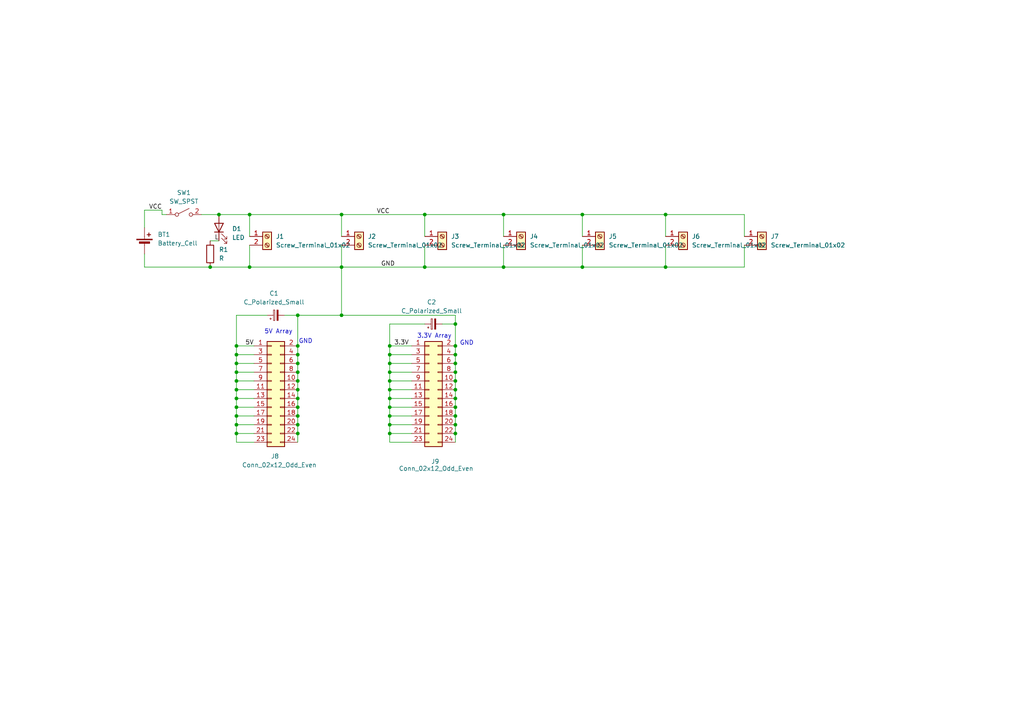
<source format=kicad_sch>
(kicad_sch (version 20231120) (generator "eeschema") (generator_version "8.0")
  (paper "A4")
  (lib_symbols
    (symbol "Connector:Screw_Terminal_01x02" (pin_names (offset 1.016) hide)
      (property "Reference" "J" (at 0 2.54 0))
      (property "Value" "Screw_Terminal_01x02" (at 0 -5.08 0))
      (symbol "Screw_Terminal_01x02_1_1"
        (rectangle (start -1.27 1.27) (end 1.27 -3.81) (stroke (width 0.254)) (fill (type background)))
        (circle (center 0 -2.54) (radius 0.635) (stroke (width 0.1524)))
        (polyline (pts (xy -0.5334 -2.2098) (xy 0.3302 -3.048)) (stroke (width 0.1524)))
        (polyline (pts (xy -0.5334 0.3302) (xy 0.3302 -0.508)) (stroke (width 0.1524)))
        (polyline (pts (xy -0.3556 -2.032) (xy 0.508 -2.8702)) (stroke (width 0.1524)))
        (polyline (pts (xy -0.3556 0.508) (xy 0.508 -0.3302)) (stroke (width 0.1524)))
        (circle (center 0 0) (radius 0.635) (stroke (width 0.1524)))
        (pin passive line (at -5.08 0 0) (length 3.81) (name "Pin_1") (number "1"))
        (pin passive line (at -5.08 -2.54 0) (length 3.81) (name "Pin_2") (number "2"))
      )
    )
    (symbol "Connector_Generic:Conn_02x12_Odd_Even" (pin_names (offset 1.016) hide)
      (property "Reference" "J" (at 1.27 15.24 0))
      (property "Value" "Conn_02x12_Odd_Even" (at 1.27 -17.78 0))
      (symbol "Conn_02x12_Odd_Even_1_1"
        (rectangle (start -1.27 -15.113) (end 0 -15.367) (stroke (width 0.1524)))
        (rectangle (start -1.27 -12.573) (end 0 -12.827) (stroke (width 0.1524)))
        (rectangle (start -1.27 -10.033) (end 0 -10.287) (stroke (width 0.1524)))
        (rectangle (start -1.27 -7.493) (end 0 -7.747) (stroke (width 0.1524)))
        (rectangle (start -1.27 -4.953) (end 0 -5.207) (stroke (width 0.1524)))
        (rectangle (start -1.27 -2.413) (end 0 -2.667) (stroke (width 0.1524)))
        (rectangle (start -1.27 0.127) (end 0 -0.127) (stroke (width 0.1524)))
        (rectangle (start -1.27 2.667) (end 0 2.413) (stroke (width 0.1524)))
        (rectangle (start -1.27 5.207) (end 0 4.953) (stroke (width 0.1524)))
        (rectangle (start -1.27 7.747) (end 0 7.493) (stroke (width 0.1524)))
        (rectangle (start -1.27 10.287) (end 0 10.033) (stroke (width 0.1524)))
        (rectangle (start -1.27 12.827) (end 0 12.573) (stroke (width 0.1524)))
        (rectangle (start -1.27 13.97) (end 3.81 -16.51) (stroke (width 0.254)) (fill (type background)))
        (rectangle (start 3.81 -15.113) (end 2.54 -15.367) (stroke (width 0.1524)))
        (rectangle (start 3.81 -12.573) (end 2.54 -12.827) (stroke (width 0.1524)))
        (rectangle (start 3.81 -10.033) (end 2.54 -10.287) (stroke (width 0.1524)))
        (rectangle (start 3.81 -7.493) (end 2.54 -7.747) (stroke (width 0.1524)))
        (rectangle (start 3.81 -4.953) (end 2.54 -5.207) (stroke (width 0.1524)))
        (rectangle (start 3.81 -2.413) (end 2.54 -2.667) (stroke (width 0.1524)))
        (rectangle (start 3.81 0.127) (end 2.54 -0.127) (stroke (width 0.1524)))
        (rectangle (start 3.81 2.667) (end 2.54 2.413) (stroke (width 0.1524)))
        (rectangle (start 3.81 5.207) (end 2.54 4.953) (stroke (width 0.1524)))
        (rectangle (start 3.81 7.747) (end 2.54 7.493) (stroke (width 0.1524)))
        (rectangle (start 3.81 10.287) (end 2.54 10.033) (stroke (width 0.1524)))
        (rectangle (start 3.81 12.827) (end 2.54 12.573) (stroke (width 0.1524)))
        (pin passive line (at -5.08 12.7 0) (length 3.81) (name "Pin_1") (number "1"))
        (pin passive line (at 7.62 2.54 180) (length 3.81) (name "Pin_10") (number "10"))
        (pin passive line (at -5.08 0 0) (length 3.81) (name "Pin_11") (number "11"))
        (pin passive line (at 7.62 0 180) (length 3.81) (name "Pin_12") (number "12"))
        (pin passive line (at -5.08 -2.54 0) (length 3.81) (name "Pin_13") (number "13"))
        (pin passive line (at 7.62 -2.54 180) (length 3.81) (name "Pin_14") (number "14"))
        (pin passive line (at -5.08 -5.08 0) (length 3.81) (name "Pin_15") (number "15"))
        (pin passive line (at 7.62 -5.08 180) (length 3.81) (name "Pin_16") (number "16"))
        (pin passive line (at -5.08 -7.62 0) (length 3.81) (name "Pin_17") (number "17"))
        (pin passive line (at 7.62 -7.62 180) (length 3.81) (name "Pin_18") (number "18"))
        (pin passive line (at -5.08 -10.16 0) (length 3.81) (name "Pin_19") (number "19"))
        (pin passive line (at 7.62 12.7 180) (length 3.81) (name "Pin_2") (number "2"))
        (pin passive line (at 7.62 -10.16 180) (length 3.81) (name "Pin_20") (number "20"))
        (pin passive line (at -5.08 -12.7 0) (length 3.81) (name "Pin_21") (number "21"))
        (pin passive line (at 7.62 -12.7 180) (length 3.81) (name "Pin_22") (number "22"))
        (pin passive line (at -5.08 -15.24 0) (length 3.81) (name "Pin_23") (number "23"))
        (pin passive line (at 7.62 -15.24 180) (length 3.81) (name "Pin_24") (number "24"))
        (pin passive line (at -5.08 10.16 0) (length 3.81) (name "Pin_3") (number "3"))
        (pin passive line (at 7.62 10.16 180) (length 3.81) (name "Pin_4") (number "4"))
        (pin passive line (at -5.08 7.62 0) (length 3.81) (name "Pin_5") (number "5"))
        (pin passive line (at 7.62 7.62 180) (length 3.81) (name "Pin_6") (number "6"))
        (pin passive line (at -5.08 5.08 0) (length 3.81) (name "Pin_7") (number "7"))
        (pin passive line (at 7.62 5.08 180) (length 3.81) (name "Pin_8") (number "8"))
        (pin passive line (at -5.08 2.54 0) (length 3.81) (name "Pin_9") (number "9"))
      )
    )
    (symbol "Device:Battery_Cell" (pin_numbers hide) (pin_names (offset 0) hide)
      (property "Reference" "BT" (at 2.54 2.54 0))
      (property "Value" "Battery_Cell" (at 2.54 0 0))
      (symbol "Battery_Cell_0_1"
        (rectangle (start -2.286 1.778) (end 2.286 1.524) (fill (type outline)))
        (rectangle (start -1.524 1.016) (end 1.524 0.508) (fill (type outline)))
        (polyline (pts (xy 0 0.762) (xy 0 0)))
        (polyline (pts (xy 0 1.778) (xy 0 2.54)))
        (polyline (pts (xy 0.762 3.048) (xy 1.778 3.048)) (stroke (width 0.254)))
        (polyline (pts (xy 1.27 3.556) (xy 1.27 2.54)) (stroke (width 0.254)))
      )
      (symbol "Battery_Cell_1_1"
        (pin passive line (at 0 5.08 270) (length 2.54) (name "+") (number "1"))
        (pin passive line (at 0 -2.54 90) (length 2.54) (name "-") (number "2"))
      )
    )
    (symbol "Device:C_Polarized_Small" (pin_numbers hide) (pin_names (offset 0.254) hide)
      (property "Reference" "C" (at 0.254 1.778 0))
      (property "Value" "C_Polarized_Small" (at 0.254 -2.032 0))
      (symbol "C_Polarized_Small_0_1"
        (rectangle (start -1.524 -0.3048) (end 1.524 -0.6858) (fill (type outline)))
        (rectangle (start -1.524 0.6858) (end 1.524 0.3048))
        (polyline (pts (xy -1.27 1.524) (xy -0.762 1.524)))
        (polyline (pts (xy -1.016 1.27) (xy -1.016 1.778)))
      )
      (symbol "C_Polarized_Small_1_1"
        (pin passive line (at 0 2.54 270) (length 1.8542) (name "~") (number "1"))
        (pin passive line (at 0 -2.54 90) (length 1.8542) (name "~") (number "2"))
      )
    )
    (symbol "Device:LED" (pin_numbers hide) (pin_names (offset 1.016) hide)
      (property "Reference" "D" (at 0 2.54 0))
      (property "Value" "LED" (at 0 -2.54 0))
      (symbol "LED_0_1"
        (polyline (pts (xy -1.27 -1.27) (xy -1.27 1.27)) (stroke (width 0.254)))
        (polyline (pts (xy -1.27 0) (xy 1.27 0)))
        (polyline (pts (xy 1.27 -1.27) (xy 1.27 1.27) (xy -1.27 0) (xy 1.27 -1.27)) (stroke (width 0.254)))
        (polyline (pts (xy -3.048 -0.762) (xy -4.572 -2.286) (xy -3.81 -2.286) (xy -4.572 -2.286) (xy -4.572 -1.524)))
        (polyline (pts (xy -1.778 -0.762) (xy -3.302 -2.286) (xy -2.54 -2.286) (xy -3.302 -2.286) (xy -3.302 -1.524)))
      )
      (symbol "LED_1_1"
        (pin passive line (at -3.81 0 0) (length 2.54) (name "K") (number "1"))
        (pin passive line (at 3.81 0 180) (length 2.54) (name "A") (number "2"))
      )
    )
    (symbol "Device:R" (pin_numbers hide) (pin_names (offset 0))
      (property "Reference" "R" (at 2.032 0 90))
      (property "Value" "R" (at 0 0 90))
      (symbol "R_0_1"
        (rectangle (start -1.016 -2.54) (end 1.016 2.54) (stroke (width 0.254)))
      )
      (symbol "R_1_1"
        (pin passive line (at 0 3.81 270) (length 1.27) (name "~") (number "1"))
        (pin passive line (at 0 -3.81 90) (length 1.27) (name "~") (number "2"))
      )
    )
    (symbol "Switch:SW_SPST" (pin_names (offset 0) hide)
      (property "Reference" "SW" (at 0 3.175 0))
      (property "Value" "SW_SPST" (at 0 -2.54 0))
      (symbol "SW_SPST_0_0"
        (circle (center -2.032 0) (radius 0.508))
        (polyline (pts (xy -1.524 0.254) (xy 1.524 1.778)))
        (circle (center 2.032 0) (radius 0.508))
      )
      (symbol "SW_SPST_1_1"
        (pin passive line (at -5.08 0 0) (length 2.54) (name "A") (number "1"))
        (pin passive line (at 5.08 0 180) (length 2.54) (name "B") (number "2"))
      )
    )
  )
  (junction (at 132.08 110.49))
  (junction (at 113.03 125.73))
  (junction (at 68.58 120.65))
  (junction (at 113.03 120.65))
  (junction (at 132.08 93.98))
  (junction (at 99.06 62.23))
  (junction (at 132.08 113.03))
  (junction (at 168.91 77.47))
  (junction (at 123.19 62.23))
  (junction (at 86.36 113.03))
  (junction (at 193.04 77.47))
  (junction (at 86.36 115.57))
  (junction (at 193.04 62.23))
  (junction (at 86.36 110.49))
  (junction (at 132.08 115.57))
  (junction (at 68.58 125.73))
  (junction (at 113.03 110.49))
  (junction (at 86.36 125.73))
  (junction (at 113.03 105.41))
  (junction (at 72.39 77.47))
  (junction (at 86.36 118.11))
  (junction (at 113.03 107.95))
  (junction (at 72.39 62.23))
  (junction (at 63.5 62.23))
  (junction (at 86.36 91.44))
  (junction (at 68.58 118.11))
  (junction (at 68.58 113.03))
  (junction (at 132.08 120.65))
  (junction (at 60.96 77.47))
  (junction (at 68.58 123.19))
  (junction (at 86.36 102.87))
  (junction (at 68.58 107.95))
  (junction (at 86.36 105.41))
  (junction (at 113.03 100.33))
  (junction (at 168.91 62.23))
  (junction (at 123.19 77.47))
  (junction (at 86.36 107.95))
  (junction (at 113.03 102.87))
  (junction (at 99.06 77.47))
  (junction (at 146.05 62.23))
  (junction (at 146.05 77.47))
  (junction (at 68.58 105.41))
  (junction (at 132.08 123.19))
  (junction (at 132.08 102.87))
  (junction (at 113.03 123.19))
  (junction (at 68.58 100.33))
  (junction (at 132.08 100.33))
  (junction (at 99.06 91.44))
  (junction (at 132.08 125.73))
  (junction (at 68.58 102.87))
  (junction (at 68.58 110.49))
  (junction (at 132.08 105.41))
  (junction (at 86.36 123.19))
  (junction (at 113.03 118.11))
  (junction (at 132.08 107.95))
  (junction (at 86.36 120.65))
  (junction (at 132.08 118.11))
  (junction (at 113.03 115.57))
  (junction (at 86.36 100.33))
  (junction (at 68.58 115.57))
  (junction (at 113.03 113.03))
  (wire (pts (xy 146.05 62.23) (xy 146.05 68.58)))
  (wire (pts (xy 68.58 110.49) (xy 68.58 113.03)))
  (wire (pts (xy 113.03 110.49) (xy 113.03 113.03)))
  (wire (pts (xy 215.9 62.23) (xy 215.9 68.58)))
  (wire (pts (xy 215.9 77.47) (xy 193.04 77.47)))
  (wire (pts (xy 68.58 120.65) (xy 73.66 120.65)))
  (wire (pts (xy 41.91 73.66) (xy 41.91 77.47)))
  (wire (pts (xy 68.58 100.33) (xy 73.66 100.33)))
  (wire (pts (xy 123.19 62.23) (xy 123.19 68.58)))
  (wire (pts (xy 132.08 118.11) (xy 132.08 120.65)))
  (wire (pts (xy 46.99 62.23) (xy 48.26 62.23)))
  (wire (pts (xy 68.58 102.87) (xy 68.58 105.41)))
  (wire (pts (xy 132.08 91.44) (xy 99.06 91.44)))
  (wire (pts (xy 68.58 125.73) (xy 73.66 125.73)))
  (wire (pts (xy 68.58 105.41) (xy 68.58 107.95)))
  (wire (pts (xy 132.08 93.98) (xy 132.08 100.33)))
  (wire (pts (xy 86.36 120.65) (xy 86.36 123.19)))
  (wire (pts (xy 146.05 77.47) (xy 123.19 77.47)))
  (wire (pts (xy 168.91 71.12) (xy 168.91 77.47)))
  (wire (pts (xy 113.03 120.65) (xy 119.38 120.65)))
  (wire (pts (xy 68.58 100.33) (xy 68.58 102.87)))
  (wire (pts (xy 68.58 128.27) (xy 73.66 128.27)))
  (wire (pts (xy 68.58 102.87) (xy 73.66 102.87)))
  (wire (pts (xy 68.58 113.03) (xy 73.66 113.03)))
  (wire (pts (xy 193.04 62.23) (xy 215.9 62.23)))
  (wire (pts (xy 113.03 93.98) (xy 113.03 100.33)))
  (wire (pts (xy 86.36 110.49) (xy 86.36 113.03)))
  (wire (pts (xy 68.58 107.95) (xy 68.58 110.49)))
  (wire (pts (xy 113.03 110.49) (xy 119.38 110.49)))
  (wire (pts (xy 68.58 125.73) (xy 68.58 128.27)))
  (wire (pts (xy 72.39 62.23) (xy 99.06 62.23)))
  (wire (pts (xy 46.99 60.96) (xy 46.99 62.23)))
  (wire (pts (xy 132.08 115.57) (xy 132.08 118.11)))
  (wire (pts (xy 86.36 115.57) (xy 86.36 118.11)))
  (wire (pts (xy 68.58 91.44) (xy 68.58 100.33)))
  (wire (pts (xy 113.03 100.33) (xy 113.03 102.87)))
  (wire (pts (xy 86.36 113.03) (xy 86.36 115.57)))
  (wire (pts (xy 99.06 77.47) (xy 99.06 91.44)))
  (wire (pts (xy 132.08 100.33) (xy 132.08 102.87)))
  (wire (pts (xy 82.55 91.44) (xy 86.36 91.44)))
  (wire (pts (xy 72.39 62.23) (xy 72.39 68.58)))
  (wire (pts (xy 132.08 123.19) (xy 132.08 125.73)))
  (wire (pts (xy 132.08 105.41) (xy 132.08 107.95)))
  (wire (pts (xy 168.91 77.47) (xy 146.05 77.47)))
  (wire (pts (xy 86.36 118.11) (xy 86.36 120.65)))
  (wire (pts (xy 123.19 71.12) (xy 123.19 77.47)))
  (wire (pts (xy 132.08 113.03) (xy 132.08 115.57)))
  (wire (pts (xy 193.04 71.12) (xy 193.04 77.47)))
  (wire (pts (xy 41.91 60.96) (xy 41.91 66.04)))
  (wire (pts (xy 168.91 62.23) (xy 193.04 62.23)))
  (wire (pts (xy 113.03 120.65) (xy 113.03 123.19)))
  (wire (pts (xy 68.58 120.65) (xy 68.58 123.19)))
  (wire (pts (xy 128.27 93.98) (xy 132.08 93.98)))
  (wire (pts (xy 146.05 62.23) (xy 168.91 62.23)))
  (wire (pts (xy 99.06 62.23) (xy 123.19 62.23)))
  (wire (pts (xy 68.58 118.11) (xy 73.66 118.11)))
  (wire (pts (xy 193.04 77.47) (xy 168.91 77.47)))
  (wire (pts (xy 99.06 71.12) (xy 99.06 77.47)))
  (wire (pts (xy 99.06 91.44) (xy 86.36 91.44)))
  (wire (pts (xy 60.96 69.85) (xy 63.5 69.85)))
  (wire (pts (xy 99.06 62.23) (xy 99.06 68.58)))
  (wire (pts (xy 132.08 110.49) (xy 132.08 113.03)))
  (wire (pts (xy 119.38 128.27) (xy 113.03 128.27)))
  (wire (pts (xy 132.08 91.44) (xy 132.08 93.98)))
  (wire (pts (xy 123.19 62.23) (xy 146.05 62.23)))
  (wire (pts (xy 86.36 123.19) (xy 86.36 125.73)))
  (wire (pts (xy 132.08 125.73) (xy 132.08 128.27)))
  (wire (pts (xy 119.38 102.87) (xy 113.03 102.87)))
  (wire (pts (xy 86.36 100.33) (xy 86.36 102.87)))
  (wire (pts (xy 113.03 93.98) (xy 123.19 93.98)))
  (wire (pts (xy 113.03 123.19) (xy 113.03 125.73)))
  (wire (pts (xy 68.58 105.41) (xy 73.66 105.41)))
  (wire (pts (xy 132.08 120.65) (xy 132.08 123.19)))
  (wire (pts (xy 46.99 60.96) (xy 41.91 60.96)))
  (wire (pts (xy 99.06 77.47) (xy 72.39 77.47)))
  (wire (pts (xy 146.05 71.12) (xy 146.05 77.47)))
  (wire (pts (xy 113.03 102.87) (xy 113.03 105.41)))
  (wire (pts (xy 68.58 113.03) (xy 68.58 115.57)))
  (wire (pts (xy 113.03 123.19) (xy 119.38 123.19)))
  (wire (pts (xy 86.36 91.44) (xy 86.36 100.33)))
  (wire (pts (xy 113.03 107.95) (xy 113.03 110.49)))
  (wire (pts (xy 72.39 77.47) (xy 72.39 71.12)))
  (wire (pts (xy 113.03 118.11) (xy 113.03 120.65)))
  (wire (pts (xy 132.08 107.95) (xy 132.08 110.49)))
  (wire (pts (xy 113.03 113.03) (xy 113.03 115.57)))
  (wire (pts (xy 113.03 105.41) (xy 113.03 107.95)))
  (wire (pts (xy 113.03 115.57) (xy 119.38 115.57)))
  (wire (pts (xy 68.58 91.44) (xy 77.47 91.44)))
  (wire (pts (xy 68.58 107.95) (xy 73.66 107.95)))
  (wire (pts (xy 113.03 105.41) (xy 119.38 105.41)))
  (wire (pts (xy 60.96 77.47) (xy 72.39 77.47)))
  (wire (pts (xy 215.9 71.12) (xy 215.9 77.47)))
  (wire (pts (xy 86.36 105.41) (xy 86.36 107.95)))
  (wire (pts (xy 41.91 77.47) (xy 60.96 77.47)))
  (wire (pts (xy 58.42 62.23) (xy 63.5 62.23)))
  (wire (pts (xy 113.03 118.11) (xy 119.38 118.11)))
  (wire (pts (xy 123.19 77.47) (xy 99.06 77.47)))
  (wire (pts (xy 113.03 113.03) (xy 119.38 113.03)))
  (wire (pts (xy 86.36 102.87) (xy 86.36 105.41)))
  (wire (pts (xy 86.36 125.73) (xy 86.36 128.27)))
  (wire (pts (xy 86.36 107.95) (xy 86.36 110.49)))
  (wire (pts (xy 68.58 110.49) (xy 73.66 110.49)))
  (wire (pts (xy 193.04 62.23) (xy 193.04 68.58)))
  (wire (pts (xy 113.03 125.73) (xy 113.03 128.27)))
  (wire (pts (xy 119.38 100.33) (xy 113.03 100.33)))
  (wire (pts (xy 68.58 115.57) (xy 73.66 115.57)))
  (wire (pts (xy 113.03 107.95) (xy 119.38 107.95)))
  (wire (pts (xy 68.58 123.19) (xy 68.58 125.73)))
  (wire (pts (xy 113.03 125.73) (xy 119.38 125.73)))
  (wire (pts (xy 68.58 115.57) (xy 68.58 118.11)))
  (wire (pts (xy 68.58 123.19) (xy 73.66 123.19)))
  (wire (pts (xy 113.03 115.57) (xy 113.03 118.11)))
  (wire (pts (xy 68.58 118.11) (xy 68.58 120.65)))
  (wire (pts (xy 168.91 62.23) (xy 168.91 68.58)))
  (wire (pts (xy 63.5 62.23) (xy 72.39 62.23)))
  (wire (pts (xy 132.08 102.87) (xy 132.08 105.41)))
  (text "GND" (at 88.646 99.06 0) (effects (font (size 1.27 1.27))))
  (text "3.3V Array" (at 125.984 97.536 0) (effects (font (size 1.27 1.27))))
  (text "5V Array" (at 80.772 96.266 0) (effects (font (size 1.27 1.27))))
  (text "GND" (at 135.382 99.568 0) (effects (font (size 1.27 1.27))))
  (label "5V" (at 71.12 100.33 0))
  (label "L" (at 62.23 69.85 0))
  (label "3.3V" (at 114.3 100.33 0))
  (label "VCC" (at 109.22 62.23 0))
  (label "GND" (at 110.49 77.47 0))
  (label "VCC" (at 43.18 60.96 0))
  (symbol (lib_id "Connector:Screw_Terminal_01x02") (at 77.47 68.58 0) (unit 1)
    (property "Reference" "J1" (at 80.01 68.5799 0) (effects (justify left)))
    (property "Value" "Screw_Terminal_01x02" (at 80.01 71.1199 0) (effects (justify left)))
    (property "Footprint" "TerminalBlock_4Ucon:TerminalBlock_4Ucon_1x02_P3.50mm_Vertical" (effects (hide yes)))
    (property "Description" "Generic screw terminal, single row, 01x02, script generated (kicad-library-utils/schlib/autogen/connector/)" (effects (hide yes)))
  )
  (symbol (lib_id "Device:Battery_Cell") (at 41.91 71.12 0) (unit 1)
    (property "Reference" "BT1" (at 45.72 68.0084 0) (effects (justify left)))
    (property "Value" "Battery_Cell" (at 45.72 70.5484 0) (effects (justify left)))
    (property "Footprint" "Battery:Battery_Panasonic_CR1025-VSK_Vertical_CircularHoles" (effects (hide yes)))
    (property "Description" "Single-cell battery" (effects (hide yes)))
  )
  (symbol (lib_id "Connector_Generic:Conn_02x12_Odd_Even") (at 78.74 113.03 0) (unit 1)
    (property "Reference" "J8" (at 79.756 132.334 0))
    (property "Value" "Conn_02x12_Odd_Even" (at 81.026 134.874 0))
    (property "Footprint" "Connector_PinHeader_1.00mm:PinHeader_2x12_P1.00mm_Vertical" (effects (hide yes)))
    (property "Description" "Generic connector, double row, 02x12, odd/even pin numbering scheme (row 1 odd numbers, row 2 even numbers), script generated (kicad-library-utils/schlib/autogen/connector/)" (effects (hide yes)))
  )
  (symbol (lib_id "Device:C_Polarized_Small") (at 80.01 91.44 90) (unit 1)
    (property "Reference" "C1" (at 79.4639 85.09 90))
    (property "Value" "C_Polarized_Small" (at 79.4639 87.63 90))
    (property "Footprint" "Capacitor_THT:CP_Radial_D7.5mm_P2.50mm" (effects (hide yes)))
    (property "Description" "Polarized capacitor, small symbol" (effects (hide yes)))
  )
  (symbol (lib_id "Device:R") (at 60.96 73.66 0) (unit 1)
    (property "Reference" "R1" (at 63.5 72.3899 0) (effects (justify left)))
    (property "Value" "R" (at 63.5 74.9299 0) (effects (justify left)))
    (property "Footprint" "Resistor_THT:R_Axial_DIN0411_L9.9mm_D3.6mm_P12.70mm_Horizontal" (effects (hide yes)))
    (property "Description" "Resistor" (effects (hide yes)))
  )
  (symbol (lib_id "Connector:Screw_Terminal_01x02") (at 198.12 68.58 0) (unit 1)
    (property "Reference" "J6" (at 200.66 68.5799 0) (effects (justify left)))
    (property "Value" "Screw_Terminal_01x02" (at 200.66 71.1199 0) (effects (justify left)))
    (property "Footprint" "TerminalBlock_4Ucon:TerminalBlock_4Ucon_1x02_P3.50mm_Vertical" (effects (hide yes)))
    (property "Description" "Generic screw terminal, single row, 01x02, script generated (kicad-library-utils/schlib/autogen/connector/)" (effects (hide yes)))
  )
  (symbol (lib_id "Switch:SW_SPST") (at 53.34 62.23 0) (unit 1)
    (property "Reference" "SW1" (at 53.34 55.88 0))
    (property "Value" "SW_SPST" (at 53.34 58.42 0))
    (property "Footprint" "Button_Switch_THT:SW_DIP_SPSTx01_Slide_9.78x4.72mm_W7.62mm_P2.54mm" (effects (hide yes)))
    (property "Description" "Single Pole Single Throw (SPST) switch" (effects (hide yes)))
  )
  (symbol (lib_id "Device:LED") (at 63.5 66.04 90) (unit 1)
    (property "Reference" "D1" (at 67.31 66.3574 90) (effects (justify right)))
    (property "Value" "LED" (at 67.31 68.8974 90) (effects (justify right)))
    (property "Footprint" "LED_THT:LED_D5.0mm" (effects (hide yes)))
    (property "Description" "Light emitting diode" (effects (hide yes)))
  )
  (symbol (lib_id "Connector_Generic:Conn_02x12_Odd_Even") (at 124.46 113.03 0) (unit 1)
    (property "Reference" "J9" (at 126.238 133.858 0))
    (property "Value" "Conn_02x12_Odd_Even" (at 126.492 135.89 0))
    (property "Footprint" "Connector_PinHeader_1.00mm:PinHeader_2x12_P1.00mm_Vertical" (effects (hide yes)))
    (property "Description" "Generic connector, double row, 02x12, odd/even pin numbering scheme (row 1 odd numbers, row 2 even numbers), script generated (kicad-library-utils/schlib/autogen/connector/)" (effects (hide yes)))
  )
  (symbol (lib_id "Connector:Screw_Terminal_01x02") (at 220.98 68.58 0) (unit 1)
    (property "Reference" "J7" (at 223.52 68.5799 0) (effects (justify left)))
    (property "Value" "Screw_Terminal_01x02" (at 223.52 71.1199 0) (effects (justify left)))
    (property "Footprint" "TerminalBlock_4Ucon:TerminalBlock_4Ucon_1x02_P3.50mm_Vertical" (effects (hide yes)))
    (property "Description" "Generic screw terminal, single row, 01x02, script generated (kicad-library-utils/schlib/autogen/connector/)" (effects (hide yes)))
  )
  (symbol (lib_id "Connector:Screw_Terminal_01x02") (at 173.99 68.58 0) (unit 1)
    (property "Reference" "J5" (at 176.53 68.5799 0) (effects (justify left)))
    (property "Value" "Screw_Terminal_01x02" (at 176.53 71.1199 0) (effects (justify left)))
    (property "Footprint" "TerminalBlock_4Ucon:TerminalBlock_4Ucon_1x02_P3.50mm_Vertical" (effects (hide yes)))
    (property "Description" "Generic screw terminal, single row, 01x02, script generated (kicad-library-utils/schlib/autogen/connector/)" (effects (hide yes)))
  )
  (symbol (lib_id "Device:C_Polarized_Small") (at 125.73 93.98 90) (unit 1)
    (property "Reference" "C2" (at 125.1839 87.63 90))
    (property "Value" "C_Polarized_Small" (at 125.1839 90.17 90))
    (property "Footprint" "Capacitor_THT:CP_Radial_D7.5mm_P2.50mm" (effects (hide yes)))
    (property "Description" "Polarized capacitor, small symbol" (effects (hide yes)))
  )
  (symbol (lib_id "Connector:Screw_Terminal_01x02") (at 104.14 68.58 0) (unit 1)
    (property "Reference" "J2" (at 106.68 68.5799 0) (effects (justify left)))
    (property "Value" "Screw_Terminal_01x02" (at 106.68 71.1199 0) (effects (justify left)))
    (property "Footprint" "TerminalBlock_4Ucon:TerminalBlock_4Ucon_1x02_P3.50mm_Vertical" (effects (hide yes)))
    (property "Description" "Generic screw terminal, single row, 01x02, script generated (kicad-library-utils/schlib/autogen/connector/)" (effects (hide yes)))
  )
  (symbol (lib_id "Connector:Screw_Terminal_01x02") (at 151.13 68.58 0) (unit 1)
    (property "Reference" "J4" (at 153.67 68.5799 0) (effects (justify left)))
    (property "Value" "Screw_Terminal_01x02" (at 153.67 71.1199 0) (effects (justify left)))
    (property "Footprint" "TerminalBlock_4Ucon:TerminalBlock_4Ucon_1x02_P3.50mm_Vertical" (effects (hide yes)))
    (property "Description" "Generic screw terminal, single row, 01x02, script generated (kicad-library-utils/schlib/autogen/connector/)" (effects (hide yes)))
  )
  (symbol (lib_id "Connector:Screw_Terminal_01x02") (at 128.27 68.58 0) (unit 1)
    (property "Reference" "J3" (at 130.81 68.5799 0) (effects (justify left)))
    (property "Value" "Screw_Terminal_01x02" (at 130.81 71.1199 0) (effects (justify left)))
    (property "Footprint" "TerminalBlock_4Ucon:TerminalBlock_4Ucon_1x02_P3.50mm_Vertical" (effects (hide yes)))
    (property "Description" "Generic screw terminal, single row, 01x02, script generated (kicad-library-utils/schlib/autogen/connector/)" (effects (hide yes)))
  )
)
</source>
